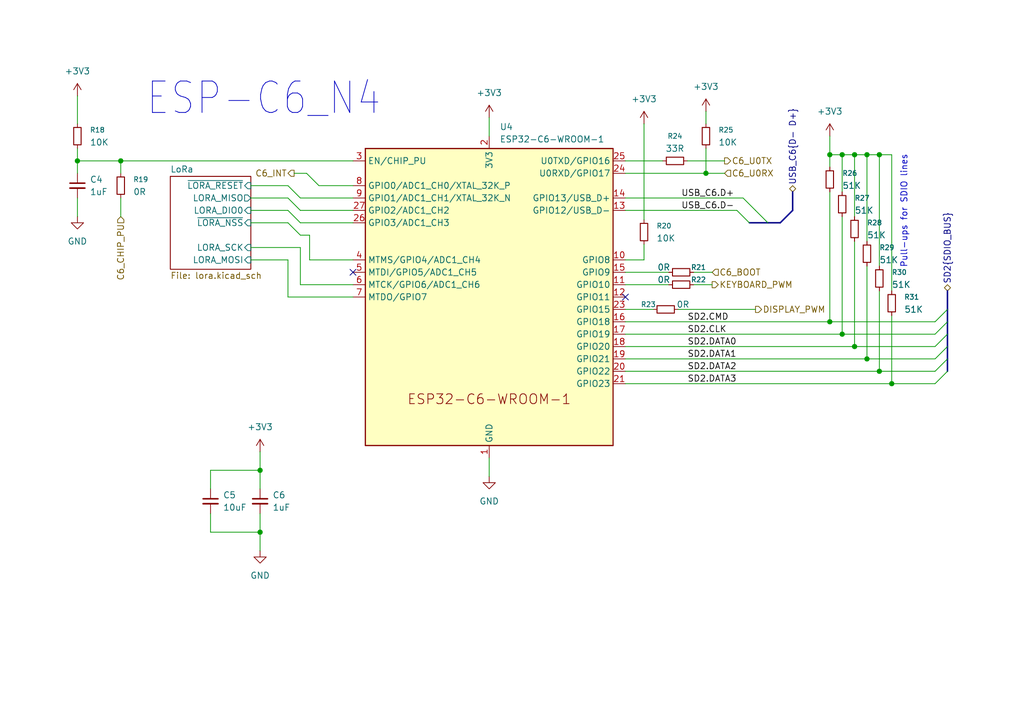
<source format=kicad_sch>
(kicad_sch (version 20250114) (generator "eeschema") (generator_version "9.0")
  (paper "A5")
  (lib_symbols
    (symbol "Device:C_Small" (pin_numbers (hide yes)) (pin_names (offset 0.254) (hide yes))
      (property "Reference" "C" (at 0.254 1.778 0))
      (property "Value" "C_Small" (at 0.254 -2.032 0))
      (symbol "C_Small_0_1"
        (polyline (pts (xy -1.524 0.508) (xy 1.524 0.508)) (stroke (width 0.3048)))
        (polyline (pts (xy -1.524 -0.508) (xy 1.524 -0.508)) (stroke (width 0.3302)))
      )
      (symbol "C_Small_1_1"
        (pin passive line (at 0 2.54 270) (length 2.032) (name "~") (number "1"))
        (pin passive line (at 0 -2.54 90) (length 2.032) (name "~") (number "2"))
      )
    )
    (symbol "Device:R_Small" (pin_numbers (hide yes)) (pin_names (offset 0.254) (hide yes))
      (property "Reference" "R" (at 0 0 90))
      (property "Value" "R_Small" (at 1.778 0 90))
      (symbol "R_Small_0_1"
        (rectangle (start -0.762 1.778) (end 0.762 -1.778) (stroke (width 0.2032)))
      )
      (symbol "R_Small_1_1"
        (pin passive line (at 0 2.54 270) (length 0.762) (name "~") (number "1"))
        (pin passive line (at 0 -2.54 90) (length 0.762) (name "~") (number "2"))
      )
    )
    (symbol "PCM_Espressif:ESP32-C6-WROOM-1"
      (property "Reference" "U" (at -25.4 35.56 0))
      (property "Value" "ESP32-C6-WROOM-1" (at -25.4 33.02 0))
      (symbol "ESP32-C6-WROOM-1_0_0"
        (text "ESP32-C6-WROOM-1" (at 0 -20.955 0) (effects (font (size 2 2))))
      )
      (symbol "ESP32-C6-WROOM-1_0_1"
        (rectangle (start -25.4 30.48) (end 25.4 -30.48) (stroke (width 0.254)) (fill (type background)))
      )
      (symbol "ESP32-C6-WROOM-1_1_1"
        (pin input line (at -27.94 27.94 0) (length 2.54) (name "EN/CHIP_PU") (number "3"))
        (pin bidirectional line (at -27.94 22.86 0) (length 2.54) (name "GPIO0/ADC1_CH0/XTAL_32K_P") (number "8"))
        (pin bidirectional line (at -27.94 20.32 0) (length 2.54) (name "GPIO1/ADC1_CH1/XTAL_32K_N") (number "9"))
        (pin bidirectional line (at -27.94 17.78 0) (length 2.54) (name "GPIO2/ADC1_CH2") (number "27"))
        (pin bidirectional line (at -27.94 15.24 0) (length 2.54) (name "GPIO3/ADC1_CH3") (number "26"))
        (pin bidirectional line (at -27.94 7.62 0) (length 2.54) (name "MTMS/GPIO4/ADC1_CH4") (number "4"))
        (pin bidirectional line (at -27.94 5.08 0) (length 2.54) (name "MTDI/GPIO5/ADC1_CH5") (number "5"))
        (pin bidirectional line (at -27.94 2.54 0) (length 2.54) (name "MTCK/GPIO6/ADC1_CH6") (number "6"))
        (pin bidirectional line (at -27.94 0 0) (length 2.54) (name "MTDO/GPIO7") (number "7"))
        (pin no_connect line (at -25.4 -12.7 0) (length 2.54) (hide yes) (name "NC") (number "22"))
        (pin power_in line (at 0 33.02 270) (length 2.54) (name "3V3") (number "2"))
        (pin power_in line (at 0 -33.02 90) (length 2.54) (name "GND") (number "1"))
        (pin passive line (at 0 -33.02 90) (length 2.54) (hide yes) (name "GND") (number "28"))
        (pin passive line (at 0 -33.02 90) (length 2.54) (hide yes) (name "GND") (number "29"))
        (pin bidirectional line (at 27.94 27.94 180) (length 2.54) (name "U0TXD/GPIO16") (number "25"))
        (pin bidirectional line (at 27.94 25.4 180) (length 2.54) (name "U0RXD/GPIO17") (number "24"))
        (pin bidirectional line (at 27.94 20.32 180) (length 2.54) (name "GPIO13/USB_D+") (number "14"))
        (pin bidirectional line (at 27.94 17.78 180) (length 2.54) (name "GPIO12/USB_D-") (number "13"))
        (pin bidirectional line (at 27.94 7.62 180) (length 2.54) (name "GPIO8") (number "10"))
        (pin bidirectional line (at 27.94 5.08 180) (length 2.54) (name "GPIO9") (number "15"))
        (pin bidirectional line (at 27.94 2.54 180) (length 2.54) (name "GPIO10") (number "11"))
        (pin bidirectional line (at 27.94 0 180) (length 2.54) (name "GPIO11") (number "12"))
        (pin bidirectional line (at 27.94 -2.54 180) (length 2.54) (name "GPIO15") (number "23"))
        (pin bidirectional line (at 27.94 -5.08 180) (length 2.54) (name "GPIO18") (number "16"))
        (pin bidirectional line (at 27.94 -7.62 180) (length 2.54) (name "GPIO19") (number "17"))
        (pin bidirectional line (at 27.94 -10.16 180) (length 2.54) (name "GPIO20") (number "18"))
        (pin bidirectional line (at 27.94 -12.7 180) (length 2.54) (name "GPIO21") (number "19"))
        (pin bidirectional line (at 27.94 -15.24 180) (length 2.54) (name "GPIO22") (number "20"))
        (pin bidirectional line (at 27.94 -17.78 180) (length 2.54) (name "GPIO23") (number "21"))
      )
    )
    (symbol "power:+3V3" (power) (pin_numbers (hide yes)) (pin_names (offset 0) (hide yes))
      (property "Value" "+3V3" (at 0 3.556 0))
      (symbol "+3V3_0_1"
        (polyline (pts (xy -0.762 1.27) (xy 0 2.54)))
        (polyline (pts (xy 0 2.54) (xy 0.762 1.27)))
        (polyline (pts (xy 0 0) (xy 0 2.54)))
      )
      (symbol "+3V3_1_1"
        (pin power_in line (at 0 0 90) (length 0) (name "~") (number "1"))
      )
    )
    (symbol "power:GND" (power) (pin_numbers (hide yes)) (pin_names (offset 0) (hide yes))
      (property "Value" "GND" (at 0 -3.81 0))
      (symbol "GND_0_1"
        (polyline (pts (xy 0 0) (xy 0 -1.27) (xy 1.27 -1.27) (xy 0 -2.54) (xy -1.27 -1.27) (xy 0 -1.27)))
      )
      (symbol "GND_1_1"
        (pin power_in line (at 0 0 270) (length 0) (name "~") (number "1"))
      )
    )
  )
  (bus_alias "SDIO_BUS" (members "CMD" "CLK" "DATA[0..3]"))
  (text "Pull-ups for SDIO lines" (at 185.42 43.434 90) (effects (font (size 1.27 1.27))))
  (text "ESP-C6_N4" (at 29.845 24.13 0) (effects (font (size 6.4516 5.4838)) (justify left bottom)))
  (junction (at 170.18 31.75))
  (junction (at 175.26 71.12))
  (junction (at 15.875 33.02))
  (junction (at 177.8 31.75))
  (junction (at 53.34 96.52))
  (junction (at 180.34 31.75))
  (junction (at 53.34 109.22))
  (junction (at 172.72 31.75))
  (junction (at 182.88 78.74))
  (junction (at 175.26 31.75))
  (junction (at 24.765 33.02))
  (junction (at 144.78 35.56))
  (junction (at 180.34 76.2))
  (junction (at 170.18 66.04))
  (junction (at 177.8 73.66))
  (junction (at 172.72 68.58))
  (no_connect (at 128.27 60.96))
  (no_connect (at 72.39 55.88))
  (bus_entry (at 151.13 43.18) (size 2.54 2.54))
  (bus_entry (at 191.77 78.74) (size 2.54 -2.54))
  (bus_entry (at 191.77 71.12) (size 2.54 -2.54))
  (bus_entry (at 191.77 66.04) (size 2.54 -2.54))
  (bus_entry (at 191.77 73.66) (size 2.54 -2.54))
  (bus_entry (at 191.77 68.58) (size 2.54 -2.54))
  (bus_entry (at 191.77 76.2) (size 2.54 -2.54))
  (bus_entry (at 154.94 43.18) (size 2.54 2.54))
  (wire (pts (xy 170.18 66.04) (xy 191.77 66.04)))
  (wire (pts (xy 43.18 105.41) (xy 43.18 109.22)))
  (bus (pts (xy 194.31 73.66) (xy 194.31 71.12)))
  (wire (pts (xy 59.055 60.96) (xy 72.39 60.96)))
  (wire (pts (xy 175.26 49.53) (xy 175.26 71.12)))
  (wire (pts (xy 182.88 31.75) (xy 182.88 59.69)))
  (bus (pts (xy 194.31 71.12) (xy 194.31 68.58)))
  (wire (pts (xy 172.72 44.45) (xy 172.72 68.58)))
  (wire (pts (xy 128.27 68.58) (xy 172.72 68.58)))
  (wire (pts (xy 180.34 31.75) (xy 182.88 31.75)))
  (bus (pts (xy 157.48 45.72) (xy 160.02 45.72)))
  (bus (pts (xy 153.67 45.72) (xy 157.48 45.72)))
  (wire (pts (xy 24.765 44.45) (xy 24.765 40.64)))
  (wire (pts (xy 53.34 92.71) (xy 53.34 96.52)))
  (wire (pts (xy 53.34 109.22) (xy 53.34 113.03)))
  (wire (pts (xy 128.27 58.42) (xy 137.16 58.42)))
  (wire (pts (xy 170.18 39.37) (xy 170.18 66.04)))
  (bus (pts (xy 162.56 39.37) (xy 162.56 43.18)))
  (bus (pts (xy 194.31 68.58) (xy 194.31 66.04)))
  (wire (pts (xy 152.4 40.64) (xy 154.94 43.18)))
  (wire (pts (xy 53.34 105.41) (xy 53.34 109.22)))
  (wire (pts (xy 128.27 40.64) (xy 152.4 40.64)))
  (wire (pts (xy 170.18 27.94) (xy 170.18 31.75)))
  (wire (pts (xy 146.05 58.42) (xy 142.24 58.42)))
  (wire (pts (xy 15.875 30.48) (xy 15.875 33.02)))
  (wire (pts (xy 132.08 53.34) (xy 128.27 53.34)))
  (wire (pts (xy 172.72 31.75) (xy 175.26 31.75)))
  (wire (pts (xy 53.34 109.22) (xy 43.18 109.22)))
  (wire (pts (xy 59.055 38.1) (xy 61.595 40.64)))
  (wire (pts (xy 144.78 30.48) (xy 144.78 35.56)))
  (wire (pts (xy 61.595 40.64) (xy 72.39 40.64)))
  (wire (pts (xy 132.08 50.165) (xy 132.08 53.34)))
  (wire (pts (xy 43.18 96.52) (xy 43.18 100.33)))
  (wire (pts (xy 61.595 43.18) (xy 72.39 43.18)))
  (wire (pts (xy 182.88 78.74) (xy 191.77 78.74)))
  (wire (pts (xy 177.8 31.75) (xy 177.8 49.53)))
  (wire (pts (xy 53.34 96.52) (xy 43.18 96.52)))
  (wire (pts (xy 144.78 35.56) (xy 128.27 35.56)))
  (wire (pts (xy 51.435 43.18) (xy 59.055 43.18)))
  (wire (pts (xy 59.055 53.34) (xy 59.055 60.96)))
  (wire (pts (xy 61.595 50.8) (xy 61.595 58.42)))
  (wire (pts (xy 128.27 71.12) (xy 175.26 71.12)))
  (wire (pts (xy 177.8 31.75) (xy 180.34 31.75)))
  (wire (pts (xy 59.055 43.18) (xy 61.595 45.72)))
  (wire (pts (xy 59.055 45.72) (xy 61.595 48.26)))
  (wire (pts (xy 100.33 24.13) (xy 100.33 27.94)))
  (wire (pts (xy 51.435 45.72) (xy 59.055 45.72)))
  (wire (pts (xy 128.27 73.66) (xy 177.8 73.66)))
  (wire (pts (xy 139.065 63.5) (xy 154.94 63.5)))
  (wire (pts (xy 15.875 19.685) (xy 15.875 25.4)))
  (wire (pts (xy 177.8 54.61) (xy 177.8 73.66)))
  (wire (pts (xy 128.27 76.2) (xy 180.34 76.2)))
  (wire (pts (xy 128.27 63.5) (xy 133.985 63.5)))
  (wire (pts (xy 172.72 39.37) (xy 172.72 31.75)))
  (wire (pts (xy 15.875 40.64) (xy 15.875 44.45)))
  (wire (pts (xy 15.875 33.02) (xy 15.875 35.56)))
  (wire (pts (xy 60.325 35.56) (xy 62.865 35.56)))
  (wire (pts (xy 100.33 93.98) (xy 100.33 97.79)))
  (bus (pts (xy 160.02 45.72) (xy 162.56 43.18)))
  (bus (pts (xy 194.31 66.04) (xy 194.31 63.5)))
  (wire (pts (xy 140.97 33.02) (xy 148.59 33.02)))
  (wire (pts (xy 59.055 40.64) (xy 61.595 43.18)))
  (wire (pts (xy 65.405 38.1) (xy 62.865 35.56)))
  (wire (pts (xy 53.34 100.33) (xy 53.34 96.52)))
  (wire (pts (xy 51.435 40.64) (xy 59.055 40.64)))
  (wire (pts (xy 15.875 33.02) (xy 24.765 33.02)))
  (wire (pts (xy 180.34 76.2) (xy 191.77 76.2)))
  (wire (pts (xy 170.18 34.29) (xy 170.18 31.75)))
  (wire (pts (xy 175.26 31.75) (xy 175.26 44.45)))
  (wire (pts (xy 182.88 64.77) (xy 182.88 78.74)))
  (wire (pts (xy 128.27 66.04) (xy 170.18 66.04)))
  (wire (pts (xy 61.595 45.72) (xy 72.39 45.72)))
  (wire (pts (xy 172.72 31.75) (xy 170.18 31.75)))
  (wire (pts (xy 65.405 38.1) (xy 72.39 38.1)))
  (wire (pts (xy 51.435 50.8) (xy 61.595 50.8)))
  (bus (pts (xy 194.31 63.5) (xy 194.31 59.69)))
  (wire (pts (xy 128.27 33.02) (xy 135.89 33.02)))
  (wire (pts (xy 172.72 68.58) (xy 191.77 68.58)))
  (wire (pts (xy 24.765 33.02) (xy 24.765 35.56)))
  (wire (pts (xy 128.27 43.18) (xy 151.13 43.18)))
  (wire (pts (xy 177.8 73.66) (xy 191.77 73.66)))
  (wire (pts (xy 61.595 48.26) (xy 63.5 48.26)))
  (wire (pts (xy 175.26 71.12) (xy 191.77 71.12)))
  (bus (pts (xy 194.31 76.2) (xy 194.31 73.66)))
  (wire (pts (xy 144.78 22.86) (xy 144.78 25.4)))
  (wire (pts (xy 180.34 31.75) (xy 180.34 54.61)))
  (wire (pts (xy 146.05 55.88) (xy 142.24 55.88)))
  (wire (pts (xy 61.595 58.42) (xy 72.39 58.42)))
  (wire (pts (xy 51.435 38.1) (xy 59.055 38.1)))
  (wire (pts (xy 132.08 25.4) (xy 132.08 45.085)))
  (wire (pts (xy 128.27 78.74) (xy 182.88 78.74)))
  (wire (pts (xy 63.5 53.34) (xy 72.39 53.34)))
  (wire (pts (xy 175.26 31.75) (xy 177.8 31.75)))
  (wire (pts (xy 180.34 59.69) (xy 180.34 76.2)))
  (wire (pts (xy 51.435 53.34) (xy 59.055 53.34)))
  (wire (pts (xy 24.765 33.02) (xy 72.39 33.02)))
  (wire (pts (xy 144.78 35.56) (xy 148.59 35.56)))
  (wire (pts (xy 63.5 48.26) (xy 63.5 53.34)))
  (wire (pts (xy 137.16 55.88) (xy 128.27 55.88)))
  (label "SD2.DATA2" (at 140.97 76.2 0))
  (label "USB_C6.D-" (at 139.7 43.18 0))
  (label "SD2.CLK" (at 140.97 68.58 0))
  (label "SD2.DATA1" (at 140.97 73.66 0))
  (label "SD2.DATA0" (at 140.97 71.12 0))
  (label "SD2.CMD" (at 140.97 66.04 0))
  (label "USB_C6.D+" (at 139.7 40.64 0))
  (label "SD2.DATA3" (at 140.97 78.74 0))
  (hierarchical_label "C6_INT" (shape output) (at 60.325 35.56 180))
  (hierarchical_label "SD2{SDIO_BUS}" (shape bidirectional) (at 194.31 59.69 90))
  (hierarchical_label "C6_U0RX" (shape input) (at 148.59 35.56 0))
  (hierarchical_label "C6_BOOT" (shape input) (at 146.05 55.88 0))
  (hierarchical_label "DISPLAY_PWM" (shape output) (at 154.94 63.5 0))
  (hierarchical_label "C6_CHIP_PU" (shape input) (at 24.765 44.45 270))
  (hierarchical_label "KEYBOARD_PWM" (shape output) (at 146.05 58.42 0))
  (hierarchical_label "C6_U0TX" (shape output) (at 148.59 33.02 0))
  (hierarchical_label "USB_C6{D- D+}" (shape bidirectional) (at 162.56 39.37 90))
  (symbol (lib_id "Device:R_Small") (at 172.72 41.91 180) (unit 1)
    (property "Reference" "R27" (at 175.26 40.6399 0) (effects (font (size 1.016 1.016)) (justify right)))
    (property "Value" "51K" (at 175.26 43.1799 0) (effects (justify right)))
    (property "Footprint" "Resistor_SMD:R_0402_1005Metric" (effects (hide yes)))
    (property "Description" "Resistor, small symbol" (effects (hide yes)))
    (property "LCSC" "C25794" (effects (hide yes)))
  )
  (symbol (lib_id "power:+3V3") (at 15.875 19.685 0) (unit 1)
    (property "Reference" "#PWR060" (effects (hide yes)))
    (property "Value" "+3V3" (at 15.875 14.605 0))
    (property "Description" "Power symbol creates a global label with name \"+3V3\"" (effects (hide yes)))
  )
  (symbol (lib_id "Device:R_Small") (at 177.8 52.07 180) (unit 1)
    (property "Reference" "R29" (at 180.34 50.7999 0) (effects (font (size 1.016 1.016)) (justify right)))
    (property "Value" "51K" (at 180.34 53.3399 0) (effects (justify right)))
    (property "Footprint" "Resistor_SMD:R_0402_1005Metric" (effects (hide yes)))
    (property "Description" "Resistor, small symbol" (effects (hide yes)))
    (property "LCSC" "C25794" (effects (hide yes)))
  )
  (symbol (lib_id "Device:R_Small") (at 175.26 46.99 180) (unit 1)
    (property "Reference" "R28" (at 177.8 45.7199 0) (effects (font (size 1.016 1.016)) (justify right)))
    (property "Value" "51K" (at 177.8 48.2599 0) (effects (justify right)))
    (property "Footprint" "Resistor_SMD:R_0402_1005Metric" (effects (hide yes)))
    (property "Description" "Resistor, small symbol" (effects (hide yes)))
    (property "LCSC" "C25794" (effects (hide yes)))
  )
  (symbol (lib_id "Device:R_Small") (at 139.7 58.42 270) (mirror x) (unit 1)
    (property "Reference" "R22" (at 143.256 57.404 90) (effects (font (size 1.016 1.016))))
    (property "Value" "0R" (at 136.144 57.404 90))
    (property "Footprint" "Resistor_SMD:R_0603_1608Metric" (effects (hide yes)))
    (property "Description" "Resistor, small symbol" (effects (hide yes)))
    (property "LCSC" "C17168" (effects (hide yes)))
  )
  (symbol (lib_id "Device:R_Small") (at 182.88 62.23 180) (unit 1)
    (property "Reference" "R31" (at 185.42 60.9599 0) (effects (font (size 1.016 1.016)) (justify right)))
    (property "Value" "51K" (at 185.42 63.4999 0) (effects (justify right)))
    (property "Footprint" "Resistor_SMD:R_0402_1005Metric" (effects (hide yes)))
    (property "Description" "Resistor, small symbol" (effects (hide yes)))
    (property "LCSC" "C25794" (effects (hide yes)))
  )
  (symbol (lib_id "power:+3V3") (at 132.08 25.4 0) (unit 1)
    (property "Reference" "#PWR069" (effects (hide yes)))
    (property "Value" "+3V3" (at 132.08 20.32 0))
    (property "Description" "Power symbol creates a global label with name \"+3V3\"" (effects (hide yes)))
  )
  (symbol (lib_id "Device:R_Small") (at 132.08 47.625 0) (unit 1)
    (property "Reference" "R20" (at 134.62 46.3549 0) (effects (font (size 1.016 1.016)) (justify left)))
    (property "Value" "10K" (at 134.62 48.8949 0) (effects (justify left)))
    (property "Footprint" "Resistor_SMD:R_0402_1005Metric" (effects (hide yes)))
    (property "Description" "Resistor, small symbol" (effects (hide yes)))
    (property "LCSC" "C25744" (effects (hide yes)))
  )
  (symbol (lib_id "Device:R_Small") (at 15.875 27.94 180) (unit 1)
    (property "Reference" "R18" (at 18.415 26.6699 0) (effects (font (size 1.016 1.016)) (justify right)))
    (property "Value" "10K" (at 18.415 29.2099 0) (effects (justify right)))
    (property "Footprint" "Resistor_SMD:R_0402_1005Metric" (effects (hide yes)))
    (property "Description" "Resistor, small symbol" (effects (hide yes)))
    (property "LCSC" "C25744" (effects (hide yes)))
  )
  (symbol (lib_id "PCM_Espressif:ESP32-C6-WROOM-1") (at 100.33 60.96 0) (unit 1)
    (property "Reference" "U4" (at 102.4733 26.035 0) (effects (justify left)))
    (property "Value" "ESP32-C6-WROOM-1" (at 102.4733 28.575 0) (effects (justify left)))
    (property "Footprint" "PCM_Espressif:ESP32-C6-WROOM-1" (effects (hide yes)))
    (property "Datasheet" "https://www.espressif.com/sites/default/files/documentation/esp32-c6-wroom-1_wroom-1u_datasheet_en.pdf" (effects (hide yes)))
    (property "Description" "ESP32-C6-WROOM-1/U is a module that supports 2.4 GHz Wi-Fi 6 (802.11 ax), Bluetooth® 5 (LE), Zigbee and Thread (802.15.4)" (effects (hide yes)))
    (property "LCSC" "C5366877" (effects (hide yes)))
  )
  (symbol (lib_id "Device:R_Small") (at 24.765 38.1 180) (unit 1)
    (property "Reference" "R19" (at 27.305 36.8299 0) (effects (font (size 1.016 1.016)) (justify right)))
    (property "Value" "0R" (at 27.305 39.3699 0) (effects (justify right)))
    (property "Footprint" "Resistor_SMD:R_0402_1005Metric" (effects (hide yes)))
    (property "Description" "Resistor, small symbol" (effects (hide yes)))
    (property "LCSC" "C17168" (effects (hide yes)))
  )
  (symbol (lib_id "power:+3V3") (at 53.34 92.71 0) (unit 1)
    (property "Reference" "#PWR029" (effects (hide yes)))
    (property "Value" "+3V3" (at 53.34 87.63 0))
    (property "Description" "Power symbol creates a global label with name \"+3V3\"" (effects (hide yes)))
  )
  (symbol (lib_id "Device:C_Small") (at 53.34 102.87 0) (unit 1)
    (property "Reference" "C6" (at 55.88 101.6062 0) (effects (justify left)))
    (property "Value" "1uF" (at 55.88 104.1462 0) (effects (justify left)))
    (property "Footprint" "Capacitor_SMD:C_0402_1005Metric" (effects (hide yes)))
    (property "Description" "Unpolarized capacitor, small symbol" (effects (hide yes)))
    (property "LCSC" "C52923" (effects (hide yes)))
  )
  (symbol (lib_id "Device:R_Small") (at 136.525 63.5 90) (unit 1)
    (property "Reference" "R23" (at 132.969 62.484 90) (effects (font (size 1.016 1.016))))
    (property "Value" "0R" (at 140.081 62.484 90))
    (property "Footprint" "Resistor_SMD:R_0603_1608Metric" (effects (hide yes)))
    (property "Description" "Resistor, small symbol" (effects (hide yes)))
    (property "LCSC" "C15402" (effects (hide yes)))
  )
  (symbol (lib_id "power:+3V3") (at 144.78 22.86 0) (unit 1)
    (property "Reference" "#PWR076" (effects (hide yes)))
    (property "Value" "+3V3" (at 144.78 17.78 0))
    (property "Description" "Power symbol creates a global label with name \"+3V3\"" (effects (hide yes)))
  )
  (symbol (lib_id "Device:R_Small") (at 144.78 27.94 180) (unit 1)
    (property "Reference" "R25" (at 147.32 26.6699 0) (effects (font (size 1.016 1.016)) (justify right)))
    (property "Value" "10K" (at 147.32 29.2099 0) (effects (justify right)))
    (property "Footprint" "Resistor_SMD:R_0402_1005Metric" (effects (hide yes)))
    (property "Description" "Resistor, small symbol" (effects (hide yes)))
    (property "LCSC" "C25744" (effects (hide yes)))
  )
  (symbol (lib_id "Device:R_Small") (at 170.18 36.83 180) (unit 1)
    (property "Reference" "R26" (at 172.72 35.5599 0) (effects (font (size 1.016 1.016)) (justify right)))
    (property "Value" "51K" (at 172.72 38.0999 0) (effects (justify right)))
    (property "Footprint" "Resistor_SMD:R_0402_1005Metric" (effects (hide yes)))
    (property "Description" "Resistor, small symbol" (effects (hide yes)))
    (property "LCSC" "C25794" (effects (hide yes)))
  )
  (symbol (lib_id "power:+3V3") (at 100.33 24.13 0) (unit 1)
    (property "Reference" "#PWR031" (effects (hide yes)))
    (property "Value" "+3V3" (at 100.33 19.05 0))
    (property "Description" "Power symbol creates a global label with name \"+3V3\"" (effects (hide yes)))
  )
  (symbol (lib_id "power:+3V3") (at 170.18 27.94 0) (unit 1)
    (property "Reference" "#PWR063" (effects (hide yes)))
    (property "Value" "+3V3" (at 170.18 22.86 0))
    (property "Description" "Power symbol creates a global label with name \"+3V3\"" (effects (hide yes)))
  )
  (symbol (lib_id "power:GND") (at 100.33 97.79 0) (unit 1)
    (property "Reference" "#PWR032" (effects (hide yes)))
    (property "Value" "GND" (at 100.33 102.87 0))
    (property "Description" "Power symbol creates a global label with name \"GND\" , ground" (effects (hide yes)))
  )
  (symbol (lib_id "power:GND") (at 15.875 44.45 0) (unit 1)
    (property "Reference" "#PWR028" (effects (hide yes)))
    (property "Value" "GND" (at 15.875 49.53 0))
    (property "Description" "Power symbol creates a global label with name \"GND\" , ground" (effects (hide yes)))
  )
  (symbol (lib_id "Device:R_Small") (at 138.43 33.02 90) (unit 1)
    (property "Reference" "R24" (at 138.43 27.94 90) (effects (font (size 1.016 1.016))))
    (property "Value" "33R" (at 138.43 30.48 90))
    (property "Footprint" "Resistor_SMD:R_0402_1005Metric" (effects (hide yes)))
    (property "Description" "Resistor, small symbol" (effects (hide yes)))
    (property "LCSC" "C25105" (effects (hide yes)))
  )
  (symbol (lib_id "Device:R_Small") (at 180.34 57.15 180) (unit 1)
    (property "Reference" "R30" (at 182.88 55.8799 0) (effects (font (size 1.016 1.016)) (justify right)))
    (property "Value" "51K" (at 182.88 58.4199 0) (effects (justify right)))
    (property "Footprint" "Resistor_SMD:R_0402_1005Metric" (effects (hide yes)))
    (property "Description" "Resistor, small symbol" (effects (hide yes)))
    (property "LCSC" "C25794" (effects (hide yes)))
  )
  (symbol (lib_id "Device:R_Small") (at 139.7 55.88 270) (mirror x) (unit 1)
    (property "Reference" "R21" (at 143.256 54.864 90) (effects (font (size 1.016 1.016))))
    (property "Value" "0R" (at 136.144 54.864 90))
    (property "Footprint" "Resistor_SMD:R_0402_1005Metric" (effects (hide yes)))
    (property "Description" "Resistor, small symbol" (effects (hide yes)))
    (property "LCSC" "C17168" (effects (hide yes)))
  )
  (symbol (lib_id "Device:C_Small") (at 43.18 102.87 0) (unit 1)
    (property "Reference" "C5" (at 45.72 101.6062 0) (effects (justify left)))
    (property "Value" "10uF" (at 45.72 104.1462 0) (effects (justify left)))
    (property "Footprint" "Capacitor_SMD:C_0603_1608Metric" (effects (hide yes)))
    (property "Description" "Unpolarized capacitor, small symbol" (effects (hide yes)))
    (property "LCSC" "C96446" (effects (hide yes)))
  )
  (symbol (lib_id "power:GND") (at 53.34 113.03 0) (unit 1)
    (property "Reference" "#PWR030" (effects (hide yes)))
    (property "Value" "GND" (at 53.34 118.11 0))
    (property "Description" "Power symbol creates a global label with name \"GND\" , ground" (effects (hide yes)))
  )
  (symbol (lib_id "Device:C_Small") (at 15.875 38.1 0) (unit 1)
    (property "Reference" "C4" (at 18.415 36.8362 0) (effects (justify left)))
    (property "Value" "1uF" (at 18.415 39.3762 0) (effects (justify left)))
    (property "Footprint" "Capacitor_SMD:C_0402_1005Metric" (effects (hide yes)))
    (property "Description" "Unpolarized capacitor, small symbol" (effects (hide yes)))
    (property "LCSC" "C52923" (effects (hide yes)))
  )
  (sheet (at 34.925 36.1949) (size 16.51 19.0501) (stroke (width 0.1524))
    (property "Sheetname" "LoRa" (at 34.925 35.4833 0) (effects (justify left bottom)))
    (property "Sheetfile" "lora.kicad_sch" (at 34.925 55.8296 0) (effects (justify left top)))
    (pin "LORA_DIO0" input (at 51.435 43.18 0))
    (pin "LORA_MISO" output (at 51.435 40.64 0))
    (pin "LORA_MOSI" input (at 51.435 53.34 0))
    (pin "LORA_SCK" input (at 51.435 50.8 0))
    (pin "~{LORA_NSS}" input (at 51.435 45.72 0))
    (pin "~{LORA_RESET}" input (at 51.435 38.1 0))
  )
)
</source>
